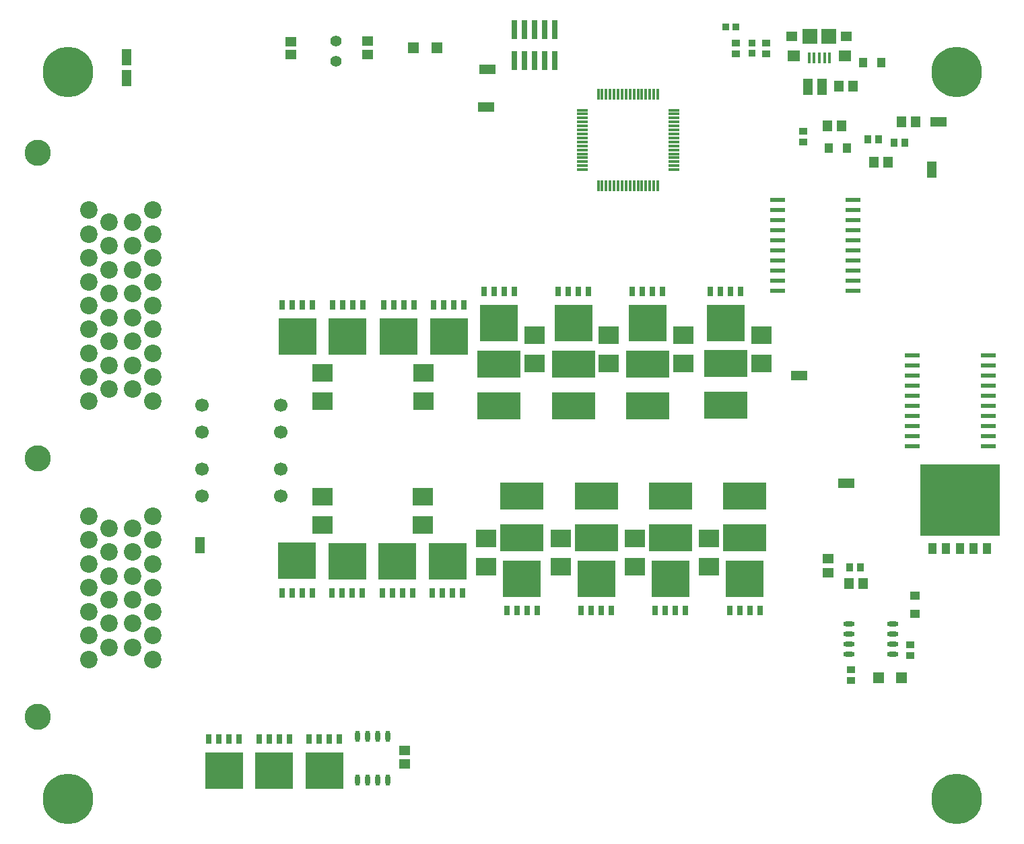
<source format=gbr>
%TF.GenerationSoftware,Altium Limited,Altium Designer,19.0.10 (269)*%
G04 Layer_Color=255*
%FSLAX26Y26*%
%MOIN*%
%TF.FileFunction,Pads,Top*%
%TF.Part,Single*%
G01*
G75*
%TA.AperFunction,SMDPad,CuDef*%
%ADD10R,0.011811X0.053150*%
%ADD11R,0.053150X0.011811*%
%ADD12R,0.039370X0.035433*%
%ADD13R,0.053150X0.057087*%
%ADD14R,0.045276X0.053150*%
%ADD15R,0.051181X0.043307*%
%ADD16R,0.102362X0.088583*%
%ADD17R,0.214567X0.137795*%
%ADD18R,0.027559X0.045276*%
%ADD19R,0.185039X0.181102*%
%ADD20R,0.043307X0.051181*%
%ADD21R,0.035433X0.039370*%
%TA.AperFunction,ConnectorPad*%
%ADD22R,0.015748X0.053150*%
%ADD23R,0.062992X0.055118*%
%ADD24R,0.057087X0.051181*%
%TA.AperFunction,SMDPad,CuDef*%
%ADD25R,0.074803X0.074803*%
%ADD26R,0.033465X0.037402*%
%ADD27R,0.037402X0.033465*%
%ADD28R,0.029921X0.094488*%
%ADD29R,0.074803X0.023622*%
%ADD30R,0.053150X0.045276*%
%ADD31O,0.023622X0.057087*%
%ADD32R,0.055118X0.051181*%
%ADD33R,0.042126X0.053937*%
%ADD34O,0.057087X0.023622*%
%ADD42R,0.045276X0.080709*%
%TA.AperFunction,ComponentPad*%
%ADD43C,0.066929*%
%TA.AperFunction,SMDPad,CuDef*%
%ADD44R,0.080709X0.045276*%
%TA.AperFunction,ViaPad*%
%ADD45C,0.250000*%
%TA.AperFunction,ComponentPad*%
%ADD46C,0.129921*%
%ADD47C,0.086614*%
%ADD48C,0.055118*%
%ADD49C,0.011811*%
%TA.AperFunction,SMDPad,CuDef*%
%ADD50R,0.393701X0.354331*%
D10*
X2925984Y3789016D02*
D03*
X2945669D02*
D03*
X2965354D02*
D03*
X2985039D02*
D03*
X3004724D02*
D03*
X3024410D02*
D03*
X3044095D02*
D03*
X3063780D02*
D03*
X3083465D02*
D03*
X3103150D02*
D03*
X3122835D02*
D03*
X3142520D02*
D03*
X3162205D02*
D03*
X3181890D02*
D03*
X3201575D02*
D03*
X3221260D02*
D03*
Y3336260D02*
D03*
X3201575D02*
D03*
X3181890D02*
D03*
X3162205D02*
D03*
X3142520D02*
D03*
X3122835D02*
D03*
X3103150D02*
D03*
X3083465D02*
D03*
X3063780D02*
D03*
X3044095D02*
D03*
X3024410D02*
D03*
X3004724D02*
D03*
X2985039D02*
D03*
X2965354D02*
D03*
X2945669D02*
D03*
X2925984D02*
D03*
D11*
X3300000Y3710276D02*
D03*
Y3690590D02*
D03*
Y3670905D02*
D03*
Y3651220D02*
D03*
Y3631535D02*
D03*
Y3611850D02*
D03*
Y3592165D02*
D03*
Y3572480D02*
D03*
Y3552795D02*
D03*
Y3533110D02*
D03*
Y3513425D02*
D03*
Y3493740D02*
D03*
Y3474055D02*
D03*
Y3454370D02*
D03*
Y3434685D02*
D03*
Y3415000D02*
D03*
X2847244D02*
D03*
Y3434685D02*
D03*
Y3454370D02*
D03*
Y3474055D02*
D03*
Y3493740D02*
D03*
Y3513425D02*
D03*
Y3533110D02*
D03*
Y3552795D02*
D03*
Y3572480D02*
D03*
Y3592165D02*
D03*
Y3611850D02*
D03*
Y3631535D02*
D03*
Y3651220D02*
D03*
Y3670905D02*
D03*
Y3690590D02*
D03*
Y3710276D02*
D03*
D12*
X4176000Y939150D02*
D03*
Y886000D02*
D03*
X3757362Y3990410D02*
D03*
Y4043559D02*
D03*
X3607362Y3990410D02*
D03*
Y4043559D02*
D03*
X3942425Y3552425D02*
D03*
Y3605575D02*
D03*
X4471000Y1062034D02*
D03*
Y1008884D02*
D03*
D13*
X4312929Y898598D02*
D03*
X4429071D02*
D03*
X2126071Y4018449D02*
D03*
X2009929D02*
D03*
D14*
X4237449Y1365356D02*
D03*
X4168551D02*
D03*
X4360628Y3453000D02*
D03*
X4291730D02*
D03*
X4496449Y3653000D02*
D03*
X4427551D02*
D03*
X4061976Y3630468D02*
D03*
X4130874D02*
D03*
X4118976Y3830000D02*
D03*
X4187874D02*
D03*
D15*
X4493000Y1214724D02*
D03*
Y1305276D02*
D03*
D16*
X2739912Y1449118D02*
D03*
Y1588882D02*
D03*
X3107334Y1449118D02*
D03*
Y1588882D02*
D03*
X3474755D02*
D03*
Y1449118D02*
D03*
X2057000Y1794561D02*
D03*
Y1654797D02*
D03*
X1559523Y1795861D02*
D03*
Y1656097D02*
D03*
X1560000Y2269439D02*
D03*
Y2409203D02*
D03*
X2061437Y2269439D02*
D03*
Y2409203D02*
D03*
X3733386Y2595988D02*
D03*
Y2456224D02*
D03*
X3346421Y2455012D02*
D03*
Y2594776D02*
D03*
X2979000Y2455118D02*
D03*
Y2594882D02*
D03*
X2611579Y2595352D02*
D03*
Y2455588D02*
D03*
X2372491Y1588882D02*
D03*
Y1449118D02*
D03*
D17*
X2435466Y2453581D02*
D03*
Y2246888D02*
D03*
X2802888Y2453110D02*
D03*
Y2246417D02*
D03*
X3170309Y2453004D02*
D03*
Y2246311D02*
D03*
X3557273Y2454217D02*
D03*
Y2247524D02*
D03*
X3650867Y1590890D02*
D03*
Y1797583D02*
D03*
X3283446Y1590890D02*
D03*
Y1797583D02*
D03*
X2916024Y1590890D02*
D03*
Y1797583D02*
D03*
X2548603Y1590890D02*
D03*
Y1797583D02*
D03*
D18*
X3576064Y1231470D02*
D03*
X3626064D02*
D03*
X3676064D02*
D03*
X3726064D02*
D03*
X3208643D02*
D03*
X3258643D02*
D03*
X3308643D02*
D03*
X3358643D02*
D03*
X2841221D02*
D03*
X2891221D02*
D03*
X2941221D02*
D03*
X2991221D02*
D03*
X2473800D02*
D03*
X2523800D02*
D03*
X2573800D02*
D03*
X2623800D02*
D03*
X2105477Y1317701D02*
D03*
X2155477D02*
D03*
X2205477D02*
D03*
X2255477D02*
D03*
X1857081Y1319000D02*
D03*
X1907081D02*
D03*
X1957081D02*
D03*
X2007081D02*
D03*
X1608000D02*
D03*
X1658000D02*
D03*
X1708000D02*
D03*
X1758000D02*
D03*
X1359604Y1320299D02*
D03*
X1409604D02*
D03*
X1459604D02*
D03*
X1509604D02*
D03*
X1511523Y2746299D02*
D03*
X1461523D02*
D03*
X1411523D02*
D03*
X1361523D02*
D03*
X1759919Y2745000D02*
D03*
X1709919D02*
D03*
X1659919D02*
D03*
X1609919D02*
D03*
X2012961Y2746299D02*
D03*
X1962961D02*
D03*
X1912961D02*
D03*
X1862961D02*
D03*
X2261356Y2745000D02*
D03*
X2211356D02*
D03*
X2161356D02*
D03*
X2111356D02*
D03*
X2510269Y2813000D02*
D03*
X2460269D02*
D03*
X2410269D02*
D03*
X2360269D02*
D03*
X2877691Y2812530D02*
D03*
X2827691D02*
D03*
X2777691D02*
D03*
X2727691D02*
D03*
X3245112Y2812423D02*
D03*
X3195112D02*
D03*
X3145112D02*
D03*
X3095112D02*
D03*
X3632077Y2813636D02*
D03*
X3582077D02*
D03*
X3532077D02*
D03*
X3482077D02*
D03*
X1495792Y596000D02*
D03*
X1545792D02*
D03*
X1595792D02*
D03*
X1645792D02*
D03*
X1247396D02*
D03*
X1297396D02*
D03*
X1347396D02*
D03*
X1397396D02*
D03*
X999000D02*
D03*
X1049000D02*
D03*
X1099000D02*
D03*
X1149000D02*
D03*
D19*
X3651064Y1388951D02*
D03*
X3283643D02*
D03*
X2916221D02*
D03*
X2548800D02*
D03*
X2180477Y1475181D02*
D03*
X1932081Y1476480D02*
D03*
X1683000D02*
D03*
X1434604Y1477780D02*
D03*
X1436523Y2588819D02*
D03*
X1684919Y2587520D02*
D03*
X1937961Y2588819D02*
D03*
X2186356Y2587520D02*
D03*
X2435269Y2655520D02*
D03*
X2802691Y2655049D02*
D03*
X3170112Y2654943D02*
D03*
X3557077Y2656156D02*
D03*
X1570792Y438520D02*
D03*
X1322396D02*
D03*
X1074000D02*
D03*
D20*
X4329223Y3946000D02*
D03*
X4238671D02*
D03*
X4156701Y3523000D02*
D03*
X4066150D02*
D03*
D21*
X4391850Y3548000D02*
D03*
X4445000D02*
D03*
X4315000Y3564000D02*
D03*
X4261850D02*
D03*
X4170425Y1447000D02*
D03*
X4223575D02*
D03*
D22*
X4071850Y3969685D02*
D03*
X4046260D02*
D03*
X4020669D02*
D03*
X3995079D02*
D03*
X3969488D02*
D03*
D23*
X4146654Y3978543D02*
D03*
X3894685D02*
D03*
D24*
X4155512Y4075000D02*
D03*
X3885827D02*
D03*
D25*
X4067913D02*
D03*
X3973425D02*
D03*
D26*
X3607953Y4121984D02*
D03*
X3556772D02*
D03*
D27*
X3687362Y4042575D02*
D03*
Y3991394D02*
D03*
D28*
X2710000Y4109772D02*
D03*
Y3956228D02*
D03*
X2660000Y4109772D02*
D03*
Y3956228D02*
D03*
X2610000Y4109772D02*
D03*
Y3956228D02*
D03*
X2560000Y4109772D02*
D03*
Y3956228D02*
D03*
X2510000Y4109772D02*
D03*
Y3956228D02*
D03*
D29*
X4188008Y2816000D02*
D03*
Y2866000D02*
D03*
Y2916000D02*
D03*
Y2966000D02*
D03*
Y3016000D02*
D03*
Y3066000D02*
D03*
Y3116000D02*
D03*
Y3166000D02*
D03*
Y3216000D02*
D03*
Y3266000D02*
D03*
X3813992Y2816000D02*
D03*
Y2866000D02*
D03*
Y2916000D02*
D03*
Y2966000D02*
D03*
Y3016000D02*
D03*
Y3066000D02*
D03*
Y3116000D02*
D03*
Y3166000D02*
D03*
Y3216000D02*
D03*
Y3266000D02*
D03*
X4481992Y2496000D02*
D03*
Y2446000D02*
D03*
Y2396000D02*
D03*
Y2346000D02*
D03*
Y2296000D02*
D03*
Y2246000D02*
D03*
Y2196000D02*
D03*
Y2146000D02*
D03*
Y2096000D02*
D03*
Y2046000D02*
D03*
X4856008Y2496000D02*
D03*
Y2446000D02*
D03*
Y2396000D02*
D03*
Y2346000D02*
D03*
Y2296000D02*
D03*
Y2246000D02*
D03*
Y2196000D02*
D03*
Y2146000D02*
D03*
Y2096000D02*
D03*
Y2046000D02*
D03*
D30*
X1968345Y470551D02*
D03*
Y539449D02*
D03*
X1783000Y3984000D02*
D03*
Y4052898D02*
D03*
X4064000Y1488449D02*
D03*
Y1419551D02*
D03*
D31*
X1884345Y608284D02*
D03*
X1834345D02*
D03*
X1784345D02*
D03*
X1734345D02*
D03*
X1884345Y393717D02*
D03*
X1834345D02*
D03*
X1784345D02*
D03*
X1734345D02*
D03*
D32*
X1403000Y4049945D02*
D03*
Y3986953D02*
D03*
D33*
X4852323Y1538858D02*
D03*
X4784606D02*
D03*
X4716890D02*
D03*
X4649173D02*
D03*
X4581457D02*
D03*
D34*
X4382732Y1014908D02*
D03*
Y1064908D02*
D03*
Y1114908D02*
D03*
Y1164908D02*
D03*
X4168165Y1014908D02*
D03*
Y1064908D02*
D03*
Y1114908D02*
D03*
Y1164908D02*
D03*
D42*
X592000Y3973500D02*
D03*
Y3868500D02*
D03*
X953102Y1557000D02*
D03*
X4034425Y3826000D02*
D03*
X3965425D02*
D03*
X4578000Y3416000D02*
D03*
D43*
X964724Y1933022D02*
D03*
X1355276D02*
D03*
X964724Y1799163D02*
D03*
X1355276D02*
D03*
X964449Y2250000D02*
D03*
X1355000D02*
D03*
X964449Y2116142D02*
D03*
X1355000D02*
D03*
D44*
X2376000Y3913000D02*
D03*
X3922000Y2396000D02*
D03*
X4153619Y1860730D02*
D03*
X4610000Y3653000D02*
D03*
X2371000Y3726000D02*
D03*
D45*
X4700000Y3900000D02*
D03*
Y300000D02*
D03*
X300000D02*
D03*
Y3900000D02*
D03*
D46*
X150000Y3500000D02*
D03*
Y1984252D02*
D03*
Y704724D02*
D03*
D47*
X720866Y990158D02*
D03*
Y1108268D02*
D03*
Y1226378D02*
D03*
Y1344488D02*
D03*
Y1462599D02*
D03*
Y1580709D02*
D03*
Y1698819D02*
D03*
X622441Y1049213D02*
D03*
Y1167323D02*
D03*
Y1285433D02*
D03*
Y1403543D02*
D03*
Y1521654D02*
D03*
Y1639764D02*
D03*
X504331Y1049213D02*
D03*
Y1167323D02*
D03*
Y1285433D02*
D03*
Y1403543D02*
D03*
Y1521654D02*
D03*
Y1639764D02*
D03*
X405906Y990158D02*
D03*
Y1108268D02*
D03*
Y1226378D02*
D03*
Y1344488D02*
D03*
Y1462599D02*
D03*
Y1580709D02*
D03*
Y1698819D02*
D03*
Y3214567D02*
D03*
Y3096457D02*
D03*
Y2978347D02*
D03*
Y2860236D02*
D03*
Y2742126D02*
D03*
Y2624016D02*
D03*
Y2505905D02*
D03*
Y2387795D02*
D03*
Y2269685D02*
D03*
X504331Y3155512D02*
D03*
Y3037402D02*
D03*
Y2919291D02*
D03*
Y2801181D02*
D03*
Y2683071D02*
D03*
Y2564961D02*
D03*
Y2446850D02*
D03*
Y2328740D02*
D03*
X622441Y3155512D02*
D03*
Y3037402D02*
D03*
Y2919291D02*
D03*
Y2801181D02*
D03*
Y2683071D02*
D03*
Y2564961D02*
D03*
Y2446850D02*
D03*
Y2328740D02*
D03*
X720866Y3214567D02*
D03*
Y3096457D02*
D03*
Y2978347D02*
D03*
Y2860236D02*
D03*
Y2742126D02*
D03*
Y2624016D02*
D03*
Y2505905D02*
D03*
Y2387795D02*
D03*
Y2269685D02*
D03*
D48*
X1628000Y3953449D02*
D03*
Y4053449D02*
D03*
D49*
X4740512Y1780000D02*
D03*
Y1827244D02*
D03*
Y1874488D02*
D03*
Y1921732D02*
D03*
Y1732756D02*
D03*
Y1685512D02*
D03*
Y1638268D02*
D03*
X4787756D02*
D03*
Y1685512D02*
D03*
Y1732756D02*
D03*
Y1921732D02*
D03*
Y1874488D02*
D03*
Y1827244D02*
D03*
Y1780000D02*
D03*
X4835000Y1638268D02*
D03*
Y1685512D02*
D03*
Y1732756D02*
D03*
Y1921732D02*
D03*
Y1874488D02*
D03*
Y1827244D02*
D03*
Y1780000D02*
D03*
X4882244Y1638268D02*
D03*
Y1685512D02*
D03*
Y1732756D02*
D03*
Y1921732D02*
D03*
Y1874488D02*
D03*
Y1827244D02*
D03*
Y1780000D02*
D03*
X4693268Y1638268D02*
D03*
Y1685512D02*
D03*
Y1732756D02*
D03*
Y1921732D02*
D03*
Y1874488D02*
D03*
Y1827244D02*
D03*
Y1780000D02*
D03*
X4646024Y1638268D02*
D03*
Y1685512D02*
D03*
Y1732756D02*
D03*
Y1921732D02*
D03*
Y1874488D02*
D03*
Y1827244D02*
D03*
Y1780000D02*
D03*
X4598780Y1638268D02*
D03*
Y1685512D02*
D03*
Y1732756D02*
D03*
Y1921732D02*
D03*
Y1874488D02*
D03*
Y1827244D02*
D03*
Y1780000D02*
D03*
X4551535Y1638268D02*
D03*
Y1685512D02*
D03*
Y1732756D02*
D03*
Y1921732D02*
D03*
Y1874488D02*
D03*
Y1827244D02*
D03*
Y1780000D02*
D03*
D50*
X4716890D02*
D03*
%TF.MD5,ba29837cdb497dd57d164b54c73adf4b*%
M02*

</source>
